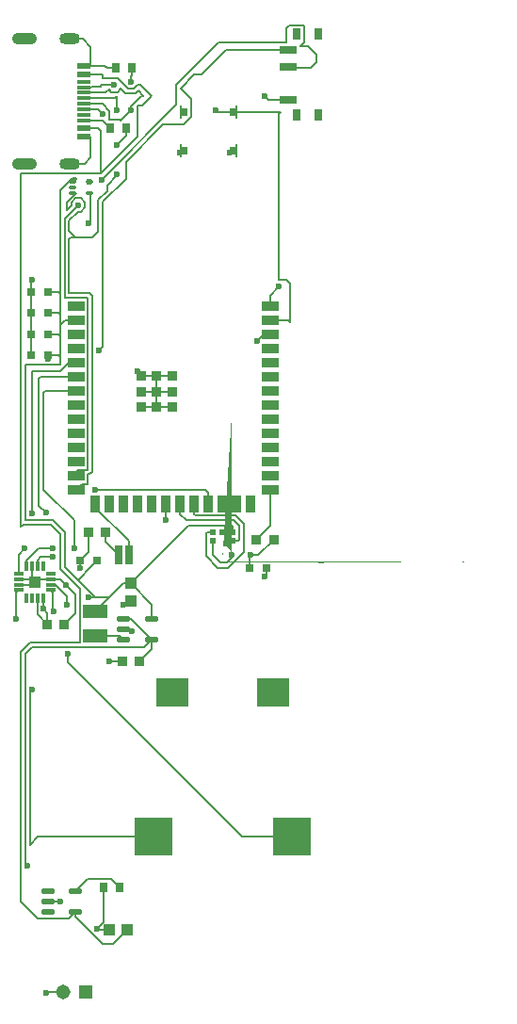
<source format=gbr>
%TF.GenerationSoftware,KiCad,Pcbnew,9.0.2*%
%TF.CreationDate,2025-07-20T12:07:01-04:00*%
%TF.ProjectId,Glasses_V0.1,476c6173-7365-4735-9f56-302e312e6b69,rev?*%
%TF.SameCoordinates,Original*%
%TF.FileFunction,Copper,L1,Top*%
%TF.FilePolarity,Positive*%
%FSLAX46Y46*%
G04 Gerber Fmt 4.6, Leading zero omitted, Abs format (unit mm)*
G04 Created by KiCad (PCBNEW 9.0.2) date 2025-07-20 12:07:01*
%MOMM*%
%LPD*%
G01*
G04 APERTURE LIST*
G04 Aperture macros list*
%AMRoundRect*
0 Rectangle with rounded corners*
0 $1 Rounding radius*
0 $2 $3 $4 $5 $6 $7 $8 $9 X,Y pos of 4 corners*
0 Add a 4 corners polygon primitive as box body*
4,1,4,$2,$3,$4,$5,$6,$7,$8,$9,$2,$3,0*
0 Add four circle primitives for the rounded corners*
1,1,$1+$1,$2,$3*
1,1,$1+$1,$4,$5*
1,1,$1+$1,$6,$7*
1,1,$1+$1,$8,$9*
0 Add four rect primitives between the rounded corners*
20,1,$1+$1,$2,$3,$4,$5,0*
20,1,$1+$1,$4,$5,$6,$7,0*
20,1,$1+$1,$6,$7,$8,$9,0*
20,1,$1+$1,$8,$9,$2,$3,0*%
%AMFreePoly0*
4,1,21,-0.141464,0.553536,-0.140000,0.550000,-0.140000,0.355000,0.355000,0.355000,0.358536,0.353536,0.360000,0.350000,0.360000,-0.350000,0.358536,-0.353536,0.355000,-0.355000,-0.140000,-0.355000,-0.140000,-0.550000,-0.141464,-0.553536,-0.145000,-0.555000,-0.345000,-0.555000,-0.348536,-0.553536,-0.350000,-0.550000,-0.350000,0.550000,-0.348536,0.553536,-0.345000,0.555000,-0.145000,0.555000,
-0.141464,0.553536,-0.141464,0.553536,$1*%
%AMFreePoly1*
4,1,21,0.348536,0.553536,0.350000,0.550000,0.350000,-0.550000,0.348536,-0.553536,0.345000,-0.555000,0.145000,-0.555000,0.141464,-0.553536,0.140000,-0.550000,0.140000,-0.355000,-0.355000,-0.355000,-0.358536,-0.353536,-0.360000,-0.350000,-0.360000,0.350000,-0.358536,0.353536,-0.355000,0.355000,0.140000,0.355000,0.140000,0.550000,0.141464,0.553536,0.145000,0.555000,0.345000,0.555000,
0.348536,0.553536,0.348536,0.553536,$1*%
%AMFreePoly2*
4,1,296,0.076512,1.482500,0.076536,1.482499,0.118536,1.479499,0.118572,1.479495,0.159586,1.473493,0.199586,1.466493,0.199621,1.466485,0.239644,1.456479,0.279644,1.444479,0.318658,1.431474,0.318694,1.431461,0.356714,1.415452,0.394714,1.397452,0.394743,1.397437,0.430757,1.377429,0.465757,1.356429,0.465788,1.356408,0.499788,1.332408,0.499802,1.332399,0.532802,1.307399,
0.564841,1.280366,0.594841,1.252366,0.594866,1.252341,0.622866,1.222341,0.649899,1.190302,0.674899,1.157302,0.674908,1.157288,0.698908,1.123288,0.698929,1.123257,0.719937,1.088243,0.739937,1.052243,0.739952,1.052214,0.757961,1.014194,0.773961,0.976194,0.773974,0.976158,0.786979,0.937144,0.798979,0.897144,0.808985,0.857121,0.808993,0.857086,0.815995,0.817072,
0.821995,0.776072,0.821999,0.776036,0.824999,0.734036,0.826000,0.693012,0.826000,0.662988,0.824999,0.620965,0.821999,0.577965,0.821995,0.577929,0.815991,0.535904,0.807991,0.494904,0.797979,0.452856,0.785972,0.412835,0.771963,0.372810,0.755963,0.333810,0.737954,0.294790,0.737935,0.294753,0.716927,0.257739,0.694927,0.221739,0.670897,0.186696,0.644897,0.152696,
0.617865,0.120658,0.588865,0.089658,0.588842,0.089635,0.557842,0.060635,0.525804,0.033603,0.491804,0.007603,0.456761,-0.016427,0.420747,-0.038435,0.383747,-0.059435,0.383710,-0.059454,0.344690,-0.077463,0.305690,-0.093463,0.265644,-0.107479,0.225644,-0.119479,0.183596,-0.129491,0.142596,-0.137491,0.100571,-0.143495,0.100535,-0.143499,0.057512,-0.146500,0.015512,-0.147500,
0.005488,-0.147500,-0.036536,-0.146499,-0.078536,-0.143499,-0.078572,-0.143495,-0.119584,-0.137493,-0.160584,-0.130493,-0.160618,-0.130486,-0.201644,-0.120479,-0.241665,-0.108472,-0.281665,-0.094472,-0.281694,-0.094461,-0.319714,-0.078452,-0.357738,-0.060440,-0.394761,-0.040427,-0.430761,-0.018427,-0.464788,0.005592,-0.464802,0.005601,-0.497802,0.030601,-0.529842,0.057635,-0.560842,0.086635,
-0.560865,0.086658,-0.589865,0.117658,-0.616899,0.149698,-0.641899,0.182698,-0.641908,0.182712,-0.665927,0.216739,-0.687927,0.252739,-0.707940,0.289762,-0.725961,0.327806,-0.741961,0.365806,-0.741972,0.365835,-0.755979,0.405856,-0.767979,0.445856,-0.777986,0.486882,-0.777993,0.486916,-0.784995,0.527928,-0.790995,0.568928,-0.790999,0.568964,-0.793999,0.610964,-0.795000,0.652988,
-0.795000,0.683012,-0.793999,0.725036,-0.790999,0.767036,-0.790995,0.767072,-0.784993,0.808084,-0.777993,0.849084,-0.777986,0.849118,-0.767979,0.890144,-0.755972,0.930165,-0.741972,0.970165,-0.741961,0.970194,-0.725952,1.008214,-0.707940,1.046238,-0.687927,1.083261,-0.665927,1.119261,-0.641908,1.153288,-0.641899,1.153302,-0.616899,1.186302,-0.589865,1.218342,-0.560865,1.249342,
-0.560842,1.249365,-0.529842,1.278365,-0.497802,1.305399,-0.464802,1.330399,-0.464788,1.330408,-0.430761,1.354427,-0.394761,1.376427,-0.357738,1.396440,-0.319694,1.414461,-0.281694,1.430461,-0.281665,1.430472,-0.241644,1.444479,-0.201644,1.456479,-0.160618,1.466486,-0.160584,1.466493,-0.119572,1.473495,-0.078572,1.479495,-0.078536,1.479499,-0.036536,1.482499,0.005488,1.483500,
0.005845,1.483362,0.006000,1.483012,0.006000,1.183000,0.005854,1.182646,0.005519,1.182500,-0.020469,1.181500,-0.046457,1.179501,-0.072428,1.176504,-0.098395,1.171511,-0.123370,1.165517,-0.149348,1.158522,-0.173308,1.149538,-0.197300,1.139541,-0.221278,1.128551,-0.244239,1.115572,-0.266232,1.101578,-0.288210,1.087591,-0.309187,1.071609,-0.329166,1.054627,-0.348146,1.036646,
-0.366127,1.017666,-0.383109,0.997687,-0.399091,0.976710,-0.413078,0.954732,-0.427072,0.932739,-0.440051,0.909778,-0.451045,0.885792,-0.461038,0.861808,-0.470022,0.837848,-0.477017,0.811870,-0.483011,0.786895,-0.488004,0.760928,-0.491001,0.734962,-0.493001,0.708962,-0.494000,0.682981,-0.494000,0.663019,-0.493001,0.636038,-0.491001,0.610038,-0.488005,0.583073,-0.483009,0.557098,
-0.477018,0.531135,-0.469022,0.505147,-0.460038,0.480192,-0.450041,0.456200,-0.438049,0.431216,-0.426066,0.408250,-0.412081,0.385273,-0.397101,0.363303,-0.380111,0.342315,-0.363119,0.322324,-0.345146,0.302354,-0.325176,0.284381,-0.305185,0.267389,-0.284196,0.250398,-0.262226,0.235418,-0.239250,0.221433,-0.216284,0.209451,-0.191299,0.197458,-0.167308,0.187462,-0.167308,0.187461,
-0.142353,0.178478,-0.116365,0.170481,-0.090402,0.164490,-0.064426,0.159494,-0.037462,0.156498,-0.037462,0.156499,-0.011469,0.154499,0.015519,0.153500,0.025481,0.153500,0.051469,0.154499,0.077457,0.156498,0.103428,0.159495,0.129395,0.164488,0.154370,0.170482,0.154370,0.170483,0.180348,0.177477,0.204308,0.186462,0.228300,0.196458,0.252278,0.207448,0.275239,0.220427,
0.319210,0.248408,0.340187,0.264390,0.360166,0.281372,0.379146,0.299353,0.397127,0.318333,0.414109,0.338312,0.430091,0.359289,0.458072,0.403260,0.471051,0.426221,0.482045,0.450208,0.492038,0.474192,0.501022,0.498151,0.508017,0.524130,0.514011,0.549104,0.519004,0.575071,0.522001,0.601043,0.524001,0.627038,0.525000,0.653019,0.525000,0.682981,0.524001,0.708962,
0.522001,0.734962,0.519004,0.760928,0.514011,0.786895,0.508017,0.811870,0.501022,0.837848,0.492038,0.861808,0.482045,0.885792,0.471051,0.909778,0.458072,0.932739,0.444078,0.954732,0.430091,0.976710,0.414109,0.997687,0.397127,1.017666,0.379146,1.036646,0.360166,1.054627,0.340187,1.071609,0.319210,1.087591,0.297232,1.101578,0.275239,1.115572,0.252278,1.128551,
0.228300,1.139541,0.204308,1.149538,0.180348,1.158522,0.154370,1.165517,0.129395,1.171511,0.103428,1.176504,0.077457,1.179501,0.051469,1.181500,0.025481,1.182500,0.025133,1.182660,0.025000,1.183000,0.025000,1.483000,0.025146,1.483354,0.025500,1.483500,0.035512,1.483500,0.076512,1.482500,0.076512,1.482500,$1*%
G04 Aperture macros list end*
%TA.AperFunction,SMDPad,CuDef*%
%ADD10RoundRect,0.037500X-0.292500X-0.112500X0.292500X-0.112500X0.292500X0.112500X-0.292500X0.112500X0*%
%TD*%
%TA.AperFunction,SMDPad,CuDef*%
%ADD11R,0.960000X0.970000*%
%TD*%
%TA.AperFunction,SMDPad,CuDef*%
%ADD12R,0.870000X0.930000*%
%TD*%
%TA.AperFunction,SMDPad,CuDef*%
%ADD13R,0.800000X0.800000*%
%TD*%
%TA.AperFunction,SMDPad,CuDef*%
%ADD14R,0.650000X0.900000*%
%TD*%
%TA.AperFunction,SMDPad,CuDef*%
%ADD15R,2.220000X1.240000*%
%TD*%
%TA.AperFunction,SMDPad,CuDef*%
%ADD16R,0.710000X1.730000*%
%TD*%
%TA.AperFunction,SMDPad,CuDef*%
%ADD17RoundRect,0.113750X-0.341250X-0.351250X0.341250X-0.351250X0.341250X0.351250X-0.341250X0.351250X0*%
%TD*%
%TA.AperFunction,SMDPad,CuDef*%
%ADD18R,1.500000X0.700000*%
%TD*%
%TA.AperFunction,SMDPad,CuDef*%
%ADD19R,0.800000X1.000000*%
%TD*%
%TA.AperFunction,SMDPad,CuDef*%
%ADD20R,1.020000X1.040000*%
%TD*%
%TA.AperFunction,ComponentPad*%
%ADD21R,1.308000X1.308000*%
%TD*%
%TA.AperFunction,ComponentPad*%
%ADD22C,1.308000*%
%TD*%
%TA.AperFunction,SMDPad,CuDef*%
%ADD23FreePoly0,0.000000*%
%TD*%
%TA.AperFunction,SMDPad,CuDef*%
%ADD24FreePoly1,0.000000*%
%TD*%
%TA.AperFunction,SMDPad,CuDef*%
%ADD25R,1.150000X0.600000*%
%TD*%
%TA.AperFunction,SMDPad,CuDef*%
%ADD26R,1.150000X0.300000*%
%TD*%
%TA.AperFunction,ComponentPad*%
%ADD27O,1.850000X1.050000*%
%TD*%
%TA.AperFunction,ComponentPad*%
%ADD28O,2.250000X1.050000*%
%TD*%
%TA.AperFunction,SMDPad,CuDef*%
%ADD29R,0.600000X0.522000*%
%TD*%
%TA.AperFunction,SMDPad,CuDef*%
%ADD30FreePoly2,0.000000*%
%TD*%
%TA.AperFunction,SMDPad,CuDef*%
%ADD31RoundRect,0.033750X-0.386250X-0.101250X0.386250X-0.101250X0.386250X0.101250X-0.386250X0.101250X0*%
%TD*%
%TA.AperFunction,SMDPad,CuDef*%
%ADD32RoundRect,0.033750X-0.101250X-0.386250X0.101250X-0.386250X0.101250X0.386250X-0.101250X0.386250X0*%
%TD*%
%TA.AperFunction,SMDPad,CuDef*%
%ADD33R,1.100000X1.100000*%
%TD*%
%TA.AperFunction,SMDPad,CuDef*%
%ADD34R,3.500000X3.500000*%
%TD*%
%TA.AperFunction,SMDPad,CuDef*%
%ADD35R,3.000000X2.500000*%
%TD*%
%TA.AperFunction,SMDPad,CuDef*%
%ADD36RoundRect,0.147500X-0.457500X-0.147500X0.457500X-0.147500X0.457500X0.147500X-0.457500X0.147500X0*%
%TD*%
%TA.AperFunction,SMDPad,CuDef*%
%ADD37R,1.040000X1.020000*%
%TD*%
%TA.AperFunction,SMDPad,CuDef*%
%ADD38R,1.500000X0.900000*%
%TD*%
%TA.AperFunction,SMDPad,CuDef*%
%ADD39R,0.900000X1.500000*%
%TD*%
%TA.AperFunction,SMDPad,CuDef*%
%ADD40R,0.900000X0.900000*%
%TD*%
%TA.AperFunction,ViaPad*%
%ADD41C,0.600000*%
%TD*%
%TA.AperFunction,Conductor*%
%ADD42C,0.200000*%
%TD*%
G04 APERTURE END LIST*
D10*
%TO.P,U1,1*%
%TO.N,+3V3*%
X37330000Y-49665000D03*
%TO.P,U1,2,NC*%
%TO.N,unconnected-(U1-NC-Pad2)*%
X37330000Y-50165000D03*
%TO.P,U1,3*%
%TO.N,USB_P*%
X37330000Y-50665000D03*
%TO.P,U1,4*%
%TO.N,GND*%
X38800000Y-50665000D03*
%TO.P,U1,5*%
%TO.N,USB_N*%
X38800000Y-49665000D03*
%TD*%
D11*
%TO.P,C8,1*%
%TO.N,VBAT*%
X43300000Y-92710000D03*
%TO.P,C8,2*%
%TO.N,GND*%
X41790000Y-92710000D03*
%TD*%
D12*
%TO.P,R5,1*%
%TO.N,Net-(X1-IO0)*%
X53830000Y-81819000D03*
%TO.P,R5,2*%
%TO.N,+3V3*%
X55390000Y-81819000D03*
%TD*%
D13*
%TO.P,C2,1*%
%TO.N,GND*%
X33565000Y-59510000D03*
%TO.P,C2,2*%
%TO.N,+3V3*%
X35065000Y-59510000D03*
%TD*%
D14*
%TO.P,R3,1*%
%TO.N,Net-(J2-CC2)*%
X40715000Y-44820000D03*
%TO.P,R3,2*%
%TO.N,GND*%
X42165000Y-44820000D03*
%TD*%
D15*
%TO.P,L1,1,1*%
%TO.N,Net-(U5-SW)*%
X39370000Y-90445000D03*
%TO.P,L1,2,2*%
%TO.N,+3V3*%
X39370000Y-88265000D03*
%TD*%
D16*
%TO.P,R7,1*%
%TO.N,Net-(D2-PadA)*%
X41450000Y-83185000D03*
%TO.P,R7,2*%
%TO.N,LED_BLUE_CTRL*%
X42370000Y-83185000D03*
%TD*%
D17*
%TO.P,D2,A,A*%
%TO.N,Net-(D2-PadA)*%
X40270000Y-81100000D03*
%TO.P,D2,C,C*%
%TO.N,GND*%
X38750000Y-81100000D03*
%TD*%
D13*
%TO.P,C6,1*%
%TO.N,+3V3*%
X53225000Y-84359000D03*
%TO.P,C6,2*%
%TO.N,GND*%
X54725000Y-84359000D03*
%TD*%
D18*
%TO.P,U4,P$1,P$1*%
%TO.N,GND*%
X56670000Y-42255000D03*
%TO.P,U4,P$2,P$2*%
%TO.N,+3V3*%
X56670000Y-39255000D03*
%TO.P,U4,P$3,P$3*%
%TO.N,SWITCH_STATE*%
X56670000Y-37755000D03*
D19*
%TO.P,U4,P$4*%
%TO.N,N/C*%
X57455000Y-43655000D03*
%TO.P,U4,P$5*%
X59385000Y-43655000D03*
%TO.P,U4,P$6*%
X59385000Y-36355000D03*
%TO.P,U4,P$7*%
X57455000Y-36355000D03*
%TD*%
D20*
%TO.P,C7,1*%
%TO.N,+3V3*%
X42545000Y-85725000D03*
%TO.P,C7,2*%
%TO.N,GND*%
X42545000Y-87293000D03*
%TD*%
D21*
%TO.P,J1,1,1*%
%TO.N,VBAT*%
X38465000Y-122470000D03*
D22*
%TO.P,J1,2,2*%
%TO.N,GND*%
X36465000Y-122470000D03*
%TD*%
D13*
%TO.P,C4,1*%
%TO.N,GND*%
X33565000Y-63320000D03*
%TO.P,C4,2*%
%TO.N,+3V3*%
X35065000Y-63320000D03*
%TD*%
D23*
%TO.P,S1,1*%
%TO.N,SWITCH_BUTTON*%
X47300000Y-43335000D03*
D24*
%TO.P,S1,2*%
X51760000Y-43335000D03*
D23*
%TO.P,S1,3*%
%TO.N,GND*%
X47300000Y-46835000D03*
D24*
%TO.P,S1,4*%
X51760000Y-46835000D03*
%TD*%
D25*
%TO.P,J2,A1/B12,GND_A*%
%TO.N,GND*%
X38295000Y-39168250D03*
%TO.P,J2,A4/B9,VBUS_A*%
%TO.N,+5V*%
X38295000Y-39968250D03*
D26*
%TO.P,J2,A5,CC1*%
%TO.N,Net-(J2-CC1)*%
X38295000Y-41118250D03*
%TO.P,J2,A6,DP1*%
%TO.N,USB_P*%
X38295000Y-42118250D03*
%TO.P,J2,A7,DN1*%
%TO.N,USB_N*%
X38295000Y-42618250D03*
%TO.P,J2,A8,SBU1*%
%TO.N,unconnected-(J2-SBU1-PadA8)*%
X38295000Y-43618250D03*
D25*
%TO.P,J2,B1/A12,GND_B*%
%TO.N,GND*%
X38295000Y-45568250D03*
%TO.P,J2,B4/AP,VBUS_B*%
%TO.N,+5V*%
X38295000Y-44768250D03*
D26*
%TO.P,J2,B5,CC2*%
%TO.N,Net-(J2-CC2)*%
X38295000Y-44118250D03*
%TO.P,J2,B6,DP2*%
%TO.N,USB_P*%
X38295000Y-43118250D03*
%TO.P,J2,B7,DN2*%
%TO.N,USB_N*%
X38295000Y-41618250D03*
%TO.P,J2,B8,SBU2*%
%TO.N,unconnected-(J2-SBU2-PadB8)*%
X38295000Y-40618250D03*
D27*
%TO.P,J2,SH1,SHIELD*%
%TO.N,GND*%
X37020000Y-36748250D03*
%TO.P,J2,SH2,SHIELD*%
X37020000Y-47988250D03*
D28*
%TO.P,J2,SH3,SHIELD*%
X33020000Y-36748250D03*
%TO.P,J2,SH4,SHIELD*%
X33020000Y-47988250D03*
%TD*%
D13*
%TO.P,1uCapacitor1,1*%
%TO.N,GND*%
X37985000Y-83655000D03*
%TO.P,1uCapacitor1,2*%
%TO.N,+3V3*%
X39485000Y-83655000D03*
%TD*%
%TO.P,C3,1*%
%TO.N,GND*%
X33565000Y-61415000D03*
%TO.P,C3,2*%
%TO.N,+3V3*%
X35065000Y-61415000D03*
%TD*%
D29*
%TO.P,MK1,1,WS*%
%TO.N,I2S_MIC_WS*%
X49900000Y-81093000D03*
%TO.P,MK1,2,LR*%
%TO.N,GND*%
X49900000Y-81915000D03*
D30*
%TO.P,MK1,3,GND*%
X50784500Y-83837000D03*
D29*
%TO.P,MK1,4,SCK*%
%TO.N,I2S_MIC_SCK*%
X51700000Y-81915000D03*
%TO.P,MK1,5,VDD*%
%TO.N,+3V3*%
X51700000Y-81093000D03*
%TO.P,MK1,6,SD*%
%TO.N,I2S_MIC_SD*%
X50800000Y-81093000D03*
%TD*%
D31*
%TO.P,U3,1,DIN*%
%TO.N,I2S_AMP_DIN*%
X32456135Y-84823865D03*
%TO.P,U3,2,GAIN_SLOT*%
%TO.N,GND*%
X32456135Y-85323865D03*
%TO.P,U3,3,GND*%
X32456135Y-85823865D03*
%TO.P,U3,4,SD_MODE*%
%TO.N,AMP_SHUTDOWN*%
X32456135Y-86323865D03*
D32*
%TO.P,U3,5*%
%TO.N,N/C*%
X33141135Y-87008865D03*
%TO.P,U3,6*%
X33641135Y-87008865D03*
%TO.P,U3,7,VDD*%
%TO.N,+3V3*%
X34141135Y-87008865D03*
%TO.P,U3,8,VDD*%
X34641135Y-87008865D03*
D31*
%TO.P,U3,9,OUTP*%
%TO.N,SPK_P*%
X35326135Y-86323865D03*
%TO.P,U3,10,OUTN*%
%TO.N,SPK_N*%
X35326135Y-85823865D03*
%TO.P,U3,11,GND*%
%TO.N,GND*%
X35326135Y-85323865D03*
%TO.P,U3,12*%
%TO.N,N/C*%
X35326135Y-84823865D03*
D32*
%TO.P,U3,13*%
X34641135Y-84138865D03*
%TO.P,U3,14,LRCLK*%
%TO.N,I2S_AMP_LRC*%
X34141135Y-84138865D03*
%TO.P,U3,15,GND*%
%TO.N,GND*%
X33641135Y-84138865D03*
%TO.P,U3,16,BCLK*%
%TO.N,I2S_AMP_BCLK*%
X33141135Y-84138865D03*
D33*
%TO.P,U3,17,EP*%
%TO.N,GND*%
X33891135Y-85573865D03*
%TD*%
D34*
%TO.P,LS1,N*%
%TO.N,SPK_N*%
X57050000Y-108485000D03*
%TO.P,LS1,P*%
%TO.N,SPK_P*%
X44550000Y-108485000D03*
D35*
%TO.P,LS1,S1*%
%TO.N,N/C*%
X46300000Y-95485000D03*
%TO.P,LS1,S2*%
X55300000Y-95485000D03*
%TD*%
D13*
%TO.P,C5,1*%
%TO.N,GND*%
X33565000Y-65225000D03*
%TO.P,C5,2*%
%TO.N,+3V3*%
X35065000Y-65225000D03*
%TD*%
D11*
%TO.P,10ucapaitor1,1*%
%TO.N,+3V3*%
X35041135Y-89383865D03*
%TO.P,10ucapaitor1,2*%
%TO.N,GND*%
X36551135Y-89383865D03*
%TD*%
D14*
%TO.P,R1,1*%
%TO.N,GND*%
X41185000Y-39370000D03*
%TO.P,R1,2*%
%TO.N,Net-(J2-CC1)*%
X42635000Y-39370000D03*
%TD*%
%TO.P,R2,1*%
%TO.N,GND*%
X40064000Y-113030000D03*
%TO.P,R2,2*%
%TO.N,Net-(U2-PROG)*%
X41514000Y-113030000D03*
%TD*%
D36*
%TO.P,U5,1,EN*%
%TO.N,VBAT*%
X41910000Y-88900000D03*
%TO.P,U5,2,GND*%
%TO.N,GND*%
X41910000Y-89850000D03*
%TO.P,U5,3,SW*%
%TO.N,Net-(U5-SW)*%
X41910000Y-90800000D03*
%TO.P,U5,4,VIN*%
%TO.N,VBAT*%
X44420000Y-90800000D03*
%TO.P,U5,5,FB*%
%TO.N,+3V3*%
X44420000Y-88900000D03*
%TD*%
%TO.P,U2,1,STAT*%
%TO.N,unconnected-(U2-STAT-Pad1)*%
X35089000Y-113350000D03*
%TO.P,U2,2,VSS*%
%TO.N,GND*%
X35089000Y-114300000D03*
%TO.P,U2,3,VBAT*%
%TO.N,VBAT*%
X35089000Y-115250000D03*
%TO.P,U2,4,VDD*%
%TO.N,+5V*%
X37599000Y-115250000D03*
%TO.P,U2,5,PROG*%
%TO.N,Net-(U2-PROG)*%
X37599000Y-113350000D03*
%TD*%
D37*
%TO.P,C1,1*%
%TO.N,GND*%
X40640000Y-116840000D03*
%TO.P,C1,2*%
%TO.N,+5V*%
X42208000Y-116840000D03*
%TD*%
D38*
%TO.P,X1,1,GND*%
%TO.N,GND*%
X37605000Y-60780000D03*
%TO.P,X1,2,3V3*%
%TO.N,+3V3*%
X37605000Y-62050000D03*
%TO.P,X1,3,EN*%
%TO.N,Net-(X1-EN)*%
X37605000Y-63320000D03*
%TO.P,X1,4,IO4*%
%TO.N,SWITCH_STATE*%
X37605000Y-64590000D03*
%TO.P,X1,5,IO5*%
%TO.N,I2S_AMP_LRC*%
X37605000Y-65860000D03*
%TO.P,X1,6,IO6*%
%TO.N,I2S_AMP_DIN*%
X37605000Y-67130000D03*
%TO.P,X1,7,IO7*%
%TO.N,I2S_AMP_BCLK*%
X37605000Y-68400000D03*
%TO.P,X1,8,IO15*%
%TO.N,unconnected-(X1-IO15-Pad8)*%
X37605000Y-69670000D03*
%TO.P,X1,9,IO16*%
%TO.N,unconnected-(X1-IO16-Pad9)*%
X37605000Y-70940000D03*
%TO.P,X1,10,IO17*%
%TO.N,unconnected-(X1-IO17-Pad10)*%
X37605000Y-72210000D03*
%TO.P,X1,11,IO18*%
%TO.N,unconnected-(X1-IO18-Pad11)*%
X37605000Y-73480000D03*
%TO.P,X1,12,IO8*%
%TO.N,unconnected-(X1-IO8-Pad12)*%
X37605000Y-74750000D03*
%TO.P,X1,13,IO19*%
%TO.N,USB_N*%
X37605000Y-76020000D03*
%TO.P,X1,14,IO20*%
%TO.N,USB_P*%
X37605000Y-77290000D03*
D39*
%TO.P,X1,15,IO3*%
%TO.N,LED_BLUE_CTRL*%
X39370000Y-78540000D03*
%TO.P,X1,16,IO46*%
%TO.N,unconnected-(X1-IO46-Pad16)*%
X40640000Y-78540000D03*
%TO.P,X1,17,IO9*%
%TO.N,unconnected-(X1-IO9-Pad17)*%
X41910000Y-78540000D03*
%TO.P,X1,18,IO10*%
%TO.N,unconnected-(X1-IO10-Pad18)*%
X43180000Y-78540000D03*
%TO.P,X1,19,IO11*%
%TO.N,unconnected-(X1-IO11-Pad19)*%
X44450000Y-78540000D03*
%TO.P,X1,20,IO12*%
%TO.N,I2S_MIC_SD*%
X45720000Y-78540000D03*
%TO.P,X1,21,IO13*%
%TO.N,I2S_MIC_SCK*%
X46990000Y-78540000D03*
%TO.P,X1,22,IO14*%
%TO.N,I2S_MIC_WS*%
X48260000Y-78540000D03*
%TO.P,X1,23,IO21*%
%TO.N,AMP_SHUTDOWN*%
X49530000Y-78540000D03*
%TO.P,X1,24,IO47*%
%TO.N,unconnected-(X1-IO47-Pad24)*%
X50800000Y-78540000D03*
%TO.P,X1,25,IO48*%
%TO.N,unconnected-(X1-IO48-Pad25)*%
X52070000Y-78540000D03*
%TO.P,X1,26,IO45*%
%TO.N,unconnected-(X1-IO45-Pad26)*%
X53340000Y-78540000D03*
D38*
%TO.P,X1,27,IO0*%
%TO.N,Net-(X1-IO0)*%
X55105000Y-77290000D03*
%TO.P,X1,28,IO35*%
%TO.N,unconnected-(X1-IO35-Pad28)*%
X55105000Y-76020000D03*
%TO.P,X1,29,IO36*%
%TO.N,unconnected-(X1-IO36-Pad29)*%
X55105000Y-74750000D03*
%TO.P,X1,30,IO37*%
%TO.N,unconnected-(X1-IO37-Pad30)*%
X55105000Y-73480000D03*
%TO.P,X1,31,IO38*%
%TO.N,unconnected-(X1-IO38-Pad31)*%
X55105000Y-72210000D03*
%TO.P,X1,32,IO39*%
%TO.N,unconnected-(X1-IO39-Pad32)*%
X55105000Y-70940000D03*
%TO.P,X1,33,IO40*%
%TO.N,unconnected-(X1-IO40-Pad33)*%
X55105000Y-69670000D03*
%TO.P,X1,34,IO41*%
%TO.N,unconnected-(X1-IO41-Pad34)*%
X55105000Y-68400000D03*
%TO.P,X1,35,IO42*%
%TO.N,unconnected-(X1-IO42-Pad35)*%
X55105000Y-67130000D03*
%TO.P,X1,36,RXD0*%
%TO.N,unconnected-(X1-RXD0-Pad36)*%
X55105000Y-65860000D03*
%TO.P,X1,37,TXD0*%
%TO.N,unconnected-(X1-TXD0-Pad37)*%
X55105000Y-64590000D03*
%TO.P,X1,38,IO2*%
%TO.N,LED_RED_CTRL*%
X55105000Y-63320000D03*
%TO.P,X1,39,IO1*%
%TO.N,SWITCH_BUTTON*%
X55105000Y-62050000D03*
%TO.P,X1,40,GND*%
%TO.N,GND*%
X55105000Y-60780000D03*
D40*
%TO.P,X1,41,GND*%
X44855000Y-68500000D03*
%TO.P,X1,42,GND*%
X44855000Y-67100000D03*
%TO.P,X1,43,GND*%
X43455000Y-67100000D03*
%TO.P,X1,44,GND*%
X43455000Y-68500000D03*
%TO.P,X1,45,GND*%
X43455000Y-69900000D03*
%TO.P,X1,46,GND*%
X44855000Y-69900000D03*
%TO.P,X1,47,GND*%
X46255000Y-69900000D03*
%TO.P,X1,48,GND*%
X46255000Y-68500000D03*
%TO.P,X1,49,GND*%
X46255000Y-67100000D03*
%TD*%
D41*
%TO.N,GND*%
X46990000Y-46990000D03*
X51435000Y-46990000D03*
X36195000Y-114300000D03*
X55880000Y-59055000D03*
X34925000Y-122555000D03*
X41910000Y-87630000D03*
X36723235Y-85831765D03*
X51598228Y-83113769D03*
X54610000Y-85090000D03*
X54610000Y-41910000D03*
X37465000Y-48260000D03*
X40640000Y-92710000D03*
X37993235Y-84348235D03*
X38735000Y-53340000D03*
X33655000Y-58420000D03*
X37465000Y-60960000D03*
X42604086Y-90046709D03*
X41275000Y-46355000D03*
X43180000Y-66675000D03*
X39476765Y-116733235D03*
%TO.N,+3V3*%
X39914974Y-49494378D03*
X34641135Y-88019237D03*
X37357287Y-49515000D03*
X51700000Y-81093000D03*
X35065000Y-65555002D03*
X53340000Y-83185000D03*
X38735000Y-86995000D03*
%TO.N,VBAT*%
X33268500Y-111125000D03*
X35089000Y-115246000D03*
%TO.N,Net-(J2-CC1)*%
X42545000Y-40640000D03*
X41062735Y-40942000D03*
%TO.N,SPK_P*%
X35616263Y-88248275D03*
X33669500Y-95250000D03*
%TO.N,SPK_N*%
X36830000Y-87630000D03*
X36896186Y-92075000D03*
%TO.N,I2S_MIC_SD*%
X50800000Y-81131000D03*
X45720000Y-80010000D03*
%TO.N,Net-(X1-EN)*%
X37605000Y-63320000D03*
%TO.N,LED_RED_CTRL*%
X53863938Y-63955000D03*
%TO.N,SWITCH_BUTTON*%
X50165000Y-43180000D03*
X47300000Y-43335000D03*
%TO.N,AMP_SHUTDOWN*%
X39370000Y-77289998D03*
X32232500Y-88900000D03*
%TO.N,I2S_AMP_BCLK*%
X37465000Y-82550000D03*
X35560000Y-82550000D03*
%TO.N,I2S_AMP_DIN*%
X33020000Y-82550000D03*
X34925000Y-79375000D03*
%TO.N,I2S_AMP_LRC*%
X35560000Y-83350003D03*
X33669500Y-79410000D03*
%TO.N,SWITCH_STATE*%
X37605000Y-64590000D03*
X39705002Y-64770000D03*
%TO.N,USB_N*%
X37834834Y-51700166D03*
X38800000Y-49665000D03*
X42545000Y-43180000D03*
%TO.N,USB_P*%
X41289141Y-48909141D03*
X40005000Y-43518250D03*
X41275000Y-43180000D03*
%TD*%
D42*
%TO.N,GND*%
X37605000Y-60780000D02*
X37605000Y-60820000D01*
X33641135Y-84138865D02*
X33641135Y-85323865D01*
X41185000Y-39370000D02*
X40410000Y-39370000D01*
X38956000Y-37499308D02*
X38956000Y-39168250D01*
X34141135Y-85323865D02*
X33891135Y-85573865D01*
X35089000Y-114300000D02*
X36195000Y-114300000D01*
X37985000Y-84340000D02*
X37993235Y-84348235D01*
X43455000Y-67100000D02*
X43455000Y-66950000D01*
X56670000Y-42255000D02*
X54955000Y-42255000D01*
X38371750Y-47988250D02*
X38956000Y-47404000D01*
X50784500Y-83837000D02*
X50620058Y-83837000D01*
X51590000Y-46835000D02*
X51435000Y-46990000D01*
X38750000Y-81100000D02*
X38750000Y-82890000D01*
X37985000Y-83655000D02*
X37985000Y-84340000D01*
X51598228Y-83395196D02*
X51598228Y-83113769D01*
X51760000Y-46835000D02*
X51590000Y-46835000D01*
X36215335Y-85323865D02*
X36723235Y-85831765D01*
X33565000Y-58510000D02*
X33655000Y-58420000D01*
X33565000Y-59510000D02*
X33565000Y-58510000D01*
X39583530Y-116840000D02*
X39476765Y-116733235D01*
X32456135Y-85323865D02*
X33641135Y-85323865D01*
X35326135Y-85323865D02*
X34141135Y-85323865D01*
X40064000Y-113030000D02*
X40064000Y-116146000D01*
X35010000Y-122470000D02*
X34925000Y-122555000D01*
X46255000Y-68500000D02*
X43455000Y-68500000D01*
X41910000Y-89850000D02*
X42407377Y-89850000D01*
X43455000Y-66950000D02*
X43180000Y-66675000D01*
X42407377Y-89850000D02*
X42604086Y-90046709D01*
X43455000Y-69900000D02*
X46255000Y-69900000D01*
X55105000Y-59830000D02*
X55880000Y-59055000D01*
X54725000Y-84359000D02*
X54725000Y-84975000D01*
X32456135Y-85823865D02*
X33641135Y-85823865D01*
X33641135Y-85323865D02*
X33891135Y-85573865D01*
X42247000Y-87293000D02*
X41910000Y-87630000D01*
X41790000Y-92710000D02*
X40640000Y-92710000D01*
X37655000Y-47988250D02*
X38371750Y-47988250D01*
X36551135Y-89383865D02*
X37558000Y-88377000D01*
X40410000Y-39370000D02*
X40208250Y-39168250D01*
X38956000Y-47404000D02*
X38956000Y-45568250D01*
X35326135Y-85323865D02*
X36215335Y-85323865D01*
X38950000Y-50815000D02*
X38950000Y-53125000D01*
X37605000Y-60820000D02*
X37465000Y-60960000D01*
X44855000Y-69900000D02*
X44855000Y-67100000D01*
X51156424Y-83837000D02*
X51598228Y-83395196D01*
X37558000Y-86666530D02*
X36723235Y-85831765D01*
X40005000Y-116840000D02*
X39583530Y-116840000D01*
X43455000Y-67100000D02*
X46255000Y-67100000D01*
X42165000Y-45465000D02*
X41275000Y-46355000D01*
X37558000Y-88377000D02*
X37558000Y-86666530D01*
X40208250Y-39168250D02*
X38956000Y-39168250D01*
X41185000Y-38953308D02*
X41185000Y-39370000D01*
X42165000Y-44820000D02*
X42280000Y-44820000D01*
X38750000Y-82890000D02*
X37985000Y-83655000D01*
X47300000Y-46835000D02*
X47145000Y-46835000D01*
X47145000Y-46835000D02*
X46990000Y-46990000D01*
X33565000Y-65225000D02*
X33565000Y-59510000D01*
X36465000Y-122470000D02*
X35010000Y-122470000D01*
X42545000Y-87293000D02*
X42247000Y-87293000D01*
X50620058Y-83837000D02*
X49900000Y-83116942D01*
X38950000Y-53125000D02*
X38735000Y-53340000D01*
X42165000Y-44820000D02*
X42165000Y-45465000D01*
X49900000Y-83116942D02*
X49900000Y-81915000D01*
X37655000Y-36748250D02*
X38204942Y-36748250D01*
X38204942Y-36748250D02*
X38956000Y-37499308D01*
X37655000Y-47988250D02*
X37655000Y-48070000D01*
X54725000Y-84975000D02*
X54610000Y-85090000D01*
X38800000Y-50665000D02*
X38950000Y-50815000D01*
X37655000Y-48070000D02*
X37465000Y-48260000D01*
X40640000Y-116840000D02*
X40005000Y-116840000D01*
X50784500Y-83837000D02*
X51156424Y-83837000D01*
X33641135Y-85823865D02*
X33891135Y-85573865D01*
X54955000Y-42255000D02*
X54610000Y-41910000D01*
X40064000Y-116146000D02*
X39476765Y-116733235D01*
X55105000Y-60780000D02*
X55105000Y-59830000D01*
%TO.N,+3V3*%
X55390000Y-81819000D02*
X54024000Y-83185000D01*
X34641135Y-87008865D02*
X34641135Y-88019237D01*
X58156000Y-37094000D02*
X57785000Y-37465000D01*
X34141135Y-87008865D02*
X34141135Y-88483865D01*
X34141135Y-88483865D02*
X35041135Y-89383865D01*
X58512785Y-37465000D02*
X59221000Y-38173215D01*
X56754000Y-35554000D02*
X58156000Y-35554000D01*
X54024000Y-83185000D02*
X53340000Y-83185000D01*
X34641135Y-88019237D02*
X35041135Y-88419237D01*
X39914974Y-49434778D02*
X46629000Y-42720752D01*
X37314248Y-49296000D02*
X37546248Y-49296000D01*
X36015000Y-65225000D02*
X36195000Y-65405000D01*
X36195000Y-62865000D02*
X36195000Y-62510000D01*
X36015000Y-59510000D02*
X36195000Y-59690000D01*
X36655000Y-62050000D02*
X37605000Y-62050000D01*
X36596000Y-81113900D02*
X36596000Y-84221000D01*
X35065000Y-59510000D02*
X36015000Y-59510000D01*
X36195000Y-65405000D02*
X36195000Y-63500000D01*
X36015000Y-63320000D02*
X36195000Y-63500000D01*
X46629000Y-42720752D02*
X46629000Y-40933000D01*
X36195000Y-61595000D02*
X36195000Y-62865000D01*
X36015000Y-61415000D02*
X36195000Y-61595000D01*
X36195000Y-50415248D02*
X37314248Y-49296000D01*
X38985000Y-84205000D02*
X37782500Y-85407500D01*
X36195000Y-59690000D02*
X36195000Y-61595000D01*
X37546248Y-49296000D02*
X37622624Y-49372376D01*
X58156000Y-35554000D02*
X58156000Y-37094000D01*
X51700000Y-81093000D02*
X51700000Y-80632000D01*
X44420000Y-88900000D02*
X44420000Y-87600000D01*
X36195000Y-65405000D02*
X36195000Y-66040000D01*
X46629000Y-40933000D02*
X50458000Y-37104000D01*
X41910000Y-85725000D02*
X42545000Y-85725000D01*
X36195000Y-52070000D02*
X36195000Y-50415248D01*
X36195000Y-63500000D02*
X36195000Y-62865000D01*
X39914974Y-49494378D02*
X39914974Y-49434778D01*
X36195000Y-62510000D02*
X36655000Y-62050000D01*
X36945248Y-49665000D02*
X36195000Y-50415248D01*
X35065000Y-65225000D02*
X36015000Y-65225000D01*
X51599000Y-80531000D02*
X47739000Y-80531000D01*
X36195000Y-66040000D02*
X33069500Y-66040000D01*
X36195000Y-52070000D02*
X36195000Y-59690000D01*
X59221000Y-38836785D02*
X58687785Y-39370000D01*
X39370000Y-88265000D02*
X40640000Y-86995000D01*
X35065000Y-63320000D02*
X36015000Y-63320000D01*
X33069500Y-80010000D02*
X35492100Y-80010000D01*
X35492100Y-80010000D02*
X36596000Y-81113900D01*
X44420000Y-87600000D02*
X42545000Y-85725000D01*
X56515000Y-37104000D02*
X56515000Y-35793000D01*
X56785000Y-39370000D02*
X56670000Y-39255000D01*
X33069500Y-66040000D02*
X33069500Y-80010000D01*
X53225000Y-83300000D02*
X53340000Y-83185000D01*
X40640000Y-86995000D02*
X39370000Y-86995000D01*
X38985000Y-84205000D02*
X38985000Y-84155000D01*
X47739000Y-80531000D02*
X42545000Y-85725000D01*
X39370000Y-86995000D02*
X37782500Y-85407500D01*
X38985000Y-84155000D02*
X39485000Y-83655000D01*
X35065000Y-61415000D02*
X36015000Y-61415000D01*
X56515000Y-35793000D02*
X56754000Y-35554000D01*
X53225000Y-84359000D02*
X53225000Y-83300000D01*
X50458000Y-37104000D02*
X56515000Y-37104000D01*
X35041135Y-89383865D02*
X35041135Y-88419237D01*
X40640000Y-86995000D02*
X41910000Y-85725000D01*
X36596000Y-84221000D02*
X37782500Y-85407500D01*
X37330000Y-49665000D02*
X37622624Y-49372376D01*
X58687785Y-39370000D02*
X56785000Y-39370000D01*
X39370000Y-86995000D02*
X38735000Y-86995000D01*
X51700000Y-80632000D02*
X51599000Y-80531000D01*
X57785000Y-37465000D02*
X58512785Y-37465000D01*
X37330000Y-49665000D02*
X36945248Y-49665000D01*
X59221000Y-38173215D02*
X59221000Y-38836785D01*
%TO.N,+5V*%
X39887652Y-45048902D02*
X39607000Y-44768250D01*
X36195000Y-84455000D02*
X37959000Y-86219000D01*
X39887652Y-48895000D02*
X32668500Y-48895000D01*
X41397057Y-40342000D02*
X40005000Y-40342000D01*
X43180000Y-42756000D02*
X43604000Y-42756000D01*
X43180000Y-45602652D02*
X43180000Y-42756000D01*
X33464150Y-91063750D02*
X32668500Y-91859400D01*
X32668500Y-80645000D02*
X32902500Y-80411000D01*
X32902500Y-80411000D02*
X35326000Y-80411000D01*
X37959000Y-86219000D02*
X37959000Y-91063750D01*
X38966750Y-40005000D02*
X38956000Y-39994250D01*
X32668500Y-114300000D02*
X34214500Y-115846000D01*
X36195000Y-81280000D02*
X36195000Y-84455000D01*
X40005000Y-40005000D02*
X38966750Y-40005000D01*
X40938000Y-118110000D02*
X42208000Y-116840000D01*
X34214500Y-115846000D02*
X37003000Y-115846000D01*
X37003000Y-115846000D02*
X37599000Y-115250000D01*
X35326000Y-80411000D02*
X36195000Y-81280000D01*
X39607000Y-44768250D02*
X38956000Y-44768250D01*
X32668500Y-48895000D02*
X32668500Y-80645000D01*
X32668500Y-91859400D02*
X32668500Y-114300000D01*
X37599000Y-115250000D02*
X37599000Y-115704000D01*
X37959000Y-91063750D02*
X33464150Y-91063750D01*
X38956000Y-39994250D02*
X38956000Y-39968250D01*
X39887652Y-48895000D02*
X43180000Y-45602652D01*
X43146000Y-40888943D02*
X42793943Y-41241000D01*
X40005000Y-40342000D02*
X40005000Y-40005000D01*
X42793943Y-41241000D02*
X42296057Y-41241000D01*
X39887652Y-48895000D02*
X39887652Y-45048902D01*
X37599000Y-115704000D02*
X40005000Y-118110000D01*
X43604000Y-42756000D02*
X44450000Y-41910000D01*
X43428943Y-40888943D02*
X43146000Y-40888943D01*
X42296057Y-41241000D02*
X41397057Y-40342000D01*
X44450000Y-41910000D02*
X43428943Y-40888943D01*
X40005000Y-118110000D02*
X40938000Y-118110000D01*
%TO.N,VBAT*%
X42520000Y-88900000D02*
X44420000Y-90800000D01*
X43755250Y-91464750D02*
X33630250Y-91464750D01*
X41910000Y-88900000D02*
X42520000Y-88900000D01*
X44420000Y-91590000D02*
X43300000Y-92710000D01*
X44420000Y-90800000D02*
X44420000Y-91590000D01*
X33630250Y-91464750D02*
X33069500Y-92025500D01*
X33069500Y-92025500D02*
X33069500Y-110926000D01*
X44420000Y-90800000D02*
X43755250Y-91464750D01*
X33069500Y-110926000D02*
X33268500Y-111125000D01*
%TO.N,Net-(D2-PadA)*%
X40270000Y-82005000D02*
X41450000Y-83185000D01*
X40270000Y-81100000D02*
X40270000Y-82005000D01*
%TO.N,Net-(J2-CC1)*%
X39005000Y-41069250D02*
X38956000Y-41118250D01*
X42590000Y-40100000D02*
X42590000Y-40595000D01*
X41062735Y-40942000D02*
X39806000Y-40942000D01*
X39806000Y-40942000D02*
X39806000Y-41069250D01*
X42635000Y-40055000D02*
X42635000Y-39370000D01*
X39806000Y-41069250D02*
X39005000Y-41069250D01*
X42590000Y-40595000D02*
X42545000Y-40640000D01*
X42590000Y-40100000D02*
X42635000Y-40055000D01*
%TO.N,Net-(J2-CC2)*%
X40013250Y-44118250D02*
X38956000Y-44118250D01*
X40715000Y-44820000D02*
X40013250Y-44118250D01*
%TO.N,Net-(U5-SW)*%
X39370000Y-90445000D02*
X41555000Y-90445000D01*
X41555000Y-90445000D02*
X41910000Y-90800000D01*
%TO.N,SPK_P*%
X35560000Y-88192012D02*
X35560000Y-86557730D01*
X35560000Y-86557730D02*
X35326135Y-86323865D01*
X34205500Y-108485000D02*
X44550000Y-108485000D01*
X33470500Y-95449000D02*
X33470500Y-109220000D01*
X35616263Y-88248275D02*
X35560000Y-88192012D01*
X33669500Y-95250000D02*
X33470500Y-95449000D01*
X33470500Y-109220000D02*
X34205500Y-108485000D01*
%TO.N,SPK_N*%
X36830000Y-86865888D02*
X35787977Y-85823865D01*
X54510000Y-108485000D02*
X53340000Y-108485000D01*
X57050000Y-108485000D02*
X53340000Y-108485000D01*
X35787977Y-85823865D02*
X35326135Y-85823865D01*
X53340000Y-108485000D02*
X53306186Y-108485000D01*
X52560000Y-108485000D02*
X36896186Y-92821186D01*
X54510000Y-108485000D02*
X52560000Y-108485000D01*
X36830000Y-87630000D02*
X36830000Y-86865888D01*
X36896186Y-92821186D02*
X36896186Y-92075000D01*
%TO.N,I2S_MIC_SCK*%
X46990000Y-78540000D02*
X46990000Y-79490000D01*
X51780000Y-80010000D02*
X52301000Y-80531000D01*
X52301000Y-81814000D02*
X52200000Y-81915000D01*
X52301000Y-80531000D02*
X52301000Y-81814000D01*
X52200000Y-81915000D02*
X51700000Y-81915000D01*
X46990000Y-79490000D02*
X47510000Y-80010000D01*
X47510000Y-80010000D02*
X51780000Y-80010000D01*
%TO.N,I2S_MIC_WS*%
X51265024Y-84295500D02*
X50328976Y-84295500D01*
X52702000Y-82858524D02*
X51265024Y-84295500D01*
X52702000Y-80364900D02*
X52702000Y-82858524D01*
X48260000Y-79490000D02*
X48379000Y-79609000D01*
X51946100Y-79609000D02*
X52702000Y-80364900D01*
X50328976Y-84295500D02*
X49299000Y-83265524D01*
X48260000Y-78540000D02*
X48260000Y-79490000D01*
X49400000Y-81093000D02*
X49900000Y-81093000D01*
X49299000Y-83265524D02*
X49299000Y-81194000D01*
X49299000Y-81194000D02*
X49400000Y-81093000D01*
X48379000Y-79609000D02*
X51946100Y-79609000D01*
%TO.N,I2S_MIC_SD*%
X45720000Y-78540000D02*
X45720000Y-80010000D01*
%TO.N,Net-(U2-PROG)*%
X38670000Y-112279000D02*
X37599000Y-113350000D01*
X40763000Y-112279000D02*
X38670000Y-112279000D01*
X41514000Y-113030000D02*
X40763000Y-112279000D01*
%TO.N,Net-(X1-IO0)*%
X55105000Y-80544000D02*
X55105000Y-77290000D01*
X53830000Y-81819000D02*
X55105000Y-80544000D01*
%TO.N,LED_RED_CTRL*%
X54498938Y-63320000D02*
X53863938Y-63955000D01*
X55105000Y-63320000D02*
X54498938Y-63320000D01*
%TO.N,LED_BLUE_CTRL*%
X42370000Y-83185000D02*
X42370000Y-81917802D01*
X39370000Y-78917802D02*
X39370000Y-78540000D01*
X42370000Y-81917802D02*
X39370000Y-78917802D01*
%TO.N,SWITCH_BUTTON*%
X55880000Y-58420000D02*
X56515000Y-58420000D01*
X56866500Y-58771500D02*
X56866500Y-62230000D01*
X50320000Y-43335000D02*
X50165000Y-43180000D01*
X51760000Y-43335000D02*
X56035000Y-43335000D01*
X56035000Y-43335000D02*
X55880000Y-43490000D01*
X55880000Y-43490000D02*
X55880000Y-58420000D01*
X56686500Y-62050000D02*
X55105000Y-62050000D01*
X56515000Y-58420000D02*
X56866500Y-58771500D01*
X56866500Y-62230000D02*
X56686500Y-62050000D01*
X51760000Y-43335000D02*
X50320000Y-43335000D01*
%TO.N,AMP_SHUTDOWN*%
X32232500Y-88900000D02*
X32232500Y-86512500D01*
X49530000Y-77590000D02*
X49229998Y-77289998D01*
X32232500Y-86512500D02*
X32385000Y-86360000D01*
X49229998Y-77289998D02*
X39370000Y-77289998D01*
X49530000Y-78540000D02*
X49530000Y-77590000D01*
%TO.N,I2S_AMP_BCLK*%
X33141135Y-83677023D02*
X33141135Y-84138865D01*
X34890000Y-77470000D02*
X37465000Y-80045000D01*
X37465000Y-80045000D02*
X37465000Y-82550000D01*
X34691000Y-77271000D02*
X34890000Y-77470000D01*
X35560000Y-82550000D02*
X34268158Y-82550000D01*
X34691000Y-68580000D02*
X34691000Y-77271000D01*
X34268158Y-82550000D02*
X33141135Y-83677023D01*
X34871000Y-68400000D02*
X34691000Y-68580000D01*
X37605000Y-68400000D02*
X34871000Y-68400000D01*
%TO.N,I2S_AMP_DIN*%
X33020000Y-82550000D02*
X32456135Y-83113865D01*
X34290000Y-78740000D02*
X34290000Y-67310000D01*
X34470000Y-67130000D02*
X37605000Y-67130000D01*
X32456135Y-83113865D02*
X32456135Y-84823865D01*
X34925000Y-79375000D02*
X34290000Y-78740000D01*
X34290000Y-67310000D02*
X34470000Y-67130000D01*
%TO.N,I2S_AMP_LRC*%
X37605000Y-65860000D02*
X37010000Y-65860000D01*
X35560000Y-83350003D02*
X34468155Y-83350003D01*
X34141135Y-83677023D02*
X34141135Y-84138865D01*
X37010000Y-65860000D02*
X36195000Y-66675000D01*
X36195000Y-66675000D02*
X33655000Y-66675000D01*
X33655000Y-79395500D02*
X33669500Y-79410000D01*
X34468155Y-83350003D02*
X34141135Y-83677023D01*
X33655000Y-66675000D02*
X33655000Y-79395500D01*
%TO.N,SWITCH_STATE*%
X40005000Y-64470002D02*
X40005000Y-51435000D01*
X47971000Y-42216000D02*
X47030000Y-41275000D01*
X47971000Y-43815352D02*
X47971000Y-42216000D01*
X47336352Y-44450000D02*
X47971000Y-43815352D01*
X51145000Y-37755000D02*
X56670000Y-37755000D01*
X40005000Y-51435000D02*
X42100926Y-49339074D01*
X45466852Y-44450000D02*
X47336352Y-44450000D01*
X47030000Y-41235000D02*
X48260000Y-40005000D01*
X42100926Y-47815926D02*
X45466852Y-44450000D01*
X48895000Y-40005000D02*
X51145000Y-37755000D01*
X47030000Y-41275000D02*
X47030000Y-41235000D01*
X42100926Y-49339074D02*
X42100926Y-47815926D01*
X39705002Y-64770000D02*
X40005000Y-64470002D01*
X37605000Y-64590000D02*
X38254002Y-64590000D01*
X48260000Y-40005000D02*
X48895000Y-40005000D01*
%TO.N,USB_N*%
X41529000Y-44069000D02*
X40640000Y-44069000D01*
X41663735Y-41275000D02*
X42030735Y-41642000D01*
X40640000Y-44069000D02*
X40640000Y-43247900D01*
X40772000Y-41543000D02*
X41395735Y-41543000D01*
X43194943Y-41436986D02*
X43667957Y-41910000D01*
X38800000Y-49665000D02*
X38602301Y-49665000D01*
X36596000Y-52939000D02*
X37834834Y-51700166D01*
X40010350Y-42618250D02*
X38956000Y-42618250D01*
X40640000Y-43247900D02*
X40010350Y-42618250D01*
X42030735Y-41642000D02*
X42960043Y-41642000D01*
X42545000Y-42823900D02*
X42545000Y-43180000D01*
X43667957Y-41910000D02*
X43458900Y-41910000D01*
X38656000Y-75501000D02*
X38656000Y-60029000D01*
X38956000Y-41618250D02*
X40296750Y-41618250D01*
X43458900Y-41910000D02*
X42545000Y-42823900D01*
X40572000Y-41343000D02*
X40772000Y-41543000D01*
X42960043Y-41642000D02*
X43194943Y-41407100D01*
X41395735Y-41543000D02*
X41663735Y-41275000D01*
X38656000Y-60029000D02*
X36596000Y-60029000D01*
X37719603Y-75501000D02*
X38656000Y-75501000D01*
X36596000Y-60029000D02*
X36596000Y-52939000D01*
X37605000Y-76020000D02*
X38238603Y-76020000D01*
X38238603Y-76020000D02*
X37719603Y-75501000D01*
X40296750Y-41618250D02*
X40572000Y-41343000D01*
X41592500Y-44132500D02*
X41529000Y-44069000D01*
X42545000Y-43180000D02*
X41592500Y-44132500D01*
X43194943Y-41407100D02*
X43194943Y-41436986D01*
%TO.N,USB_P*%
X40412376Y-49937376D02*
X41289141Y-49060611D01*
X39370000Y-43118250D02*
X38956000Y-43118250D01*
X39057000Y-75667100D02*
X39057000Y-59862900D01*
X38083777Y-51099166D02*
X37585891Y-51099166D01*
X39604000Y-51268900D02*
X39604000Y-54111002D01*
X38656000Y-75902000D02*
X38822100Y-75902000D01*
X37605000Y-77290000D02*
X38124000Y-76771000D01*
X39605000Y-43118250D02*
X40005000Y-43518250D01*
X38822100Y-59628000D02*
X36997000Y-59628000D01*
X39105002Y-54610000D02*
X37557644Y-54610000D01*
X37233834Y-51451223D02*
X37233834Y-51734066D01*
X39634985Y-42118250D02*
X38956000Y-42118250D01*
X37800934Y-52301166D02*
X38083777Y-52301166D01*
X37233834Y-51734066D02*
X36830000Y-52137900D01*
X36830000Y-51483198D02*
X37648198Y-50665000D01*
X38435834Y-51451223D02*
X38083777Y-51099166D01*
X37159509Y-54610000D02*
X39105002Y-54610000D01*
X37585891Y-51099166D02*
X37233834Y-51451223D01*
X41100750Y-42118250D02*
X41275000Y-41944000D01*
X39370000Y-43118250D02*
X39605000Y-43118250D01*
X38124000Y-76771000D02*
X38656000Y-76771000D01*
X39604000Y-54111002D02*
X39105002Y-54610000D01*
X36997000Y-53105100D02*
X37800934Y-52301166D01*
X37648198Y-50665000D02*
X37330000Y-50665000D01*
X36997000Y-54049356D02*
X36997000Y-53105100D01*
X36997000Y-54772509D02*
X37159509Y-54610000D01*
X36997000Y-59628000D02*
X36997000Y-54772509D01*
X40412376Y-50460524D02*
X39604000Y-51268900D01*
X41275000Y-41944000D02*
X41275000Y-43180000D01*
X40412376Y-49937376D02*
X40412376Y-50460524D01*
X38822100Y-75902000D02*
X39057000Y-75667100D01*
X38435834Y-51949109D02*
X38435834Y-51451223D01*
X39057000Y-59862900D02*
X38822100Y-59628000D01*
X36830000Y-52137900D02*
X36830000Y-51483198D01*
X37557644Y-54610000D02*
X36997000Y-54049356D01*
X38083777Y-52301166D02*
X38435834Y-51949109D01*
X39634985Y-42118250D02*
X41100750Y-42118250D01*
X41289141Y-49060611D02*
X41289141Y-48909141D01*
X38656000Y-76771000D02*
X38656000Y-75902000D01*
%TD*%
M02*

</source>
